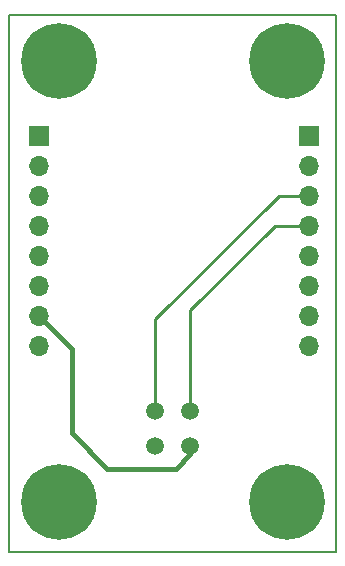
<source format=gbr>
G04 #@! TF.FileFunction,Copper,L1,Top,Signal*
%FSLAX46Y46*%
G04 Gerber Fmt 4.6, Leading zero omitted, Abs format (unit mm)*
G04 Created by KiCad (PCBNEW 4.0.7) date 05/14/18 22:23:58*
%MOMM*%
%LPD*%
G01*
G04 APERTURE LIST*
%ADD10C,0.100000*%
%ADD11C,0.150000*%
%ADD12C,6.400000*%
%ADD13R,1.700000X1.700000*%
%ADD14O,1.700000X1.700000*%
%ADD15C,1.500000*%
%ADD16C,0.250000*%
%ADD17C,0.400000*%
G04 APERTURE END LIST*
D10*
D11*
X135509000Y-124206000D02*
X135509000Y-124079000D01*
X136144000Y-124206000D02*
X135509000Y-124206000D01*
X135509000Y-78740000D02*
X135509000Y-124206000D01*
X163195000Y-78740000D02*
X135509000Y-78740000D01*
X163195000Y-124206000D02*
X163195000Y-78740000D01*
X136144000Y-124206000D02*
X163195000Y-124206000D01*
D12*
X159004000Y-82677000D03*
X139700000Y-82677000D03*
X139700000Y-120015000D03*
X159004000Y-120015000D03*
D13*
X160860000Y-89000000D03*
D14*
X160860000Y-91540000D03*
X160860000Y-94080000D03*
X160860000Y-96620000D03*
X160860000Y-99160000D03*
X160860000Y-101700000D03*
X160860000Y-104240000D03*
X160860000Y-106780000D03*
D15*
X150852000Y-115286000D03*
X147852000Y-115286000D03*
X150852000Y-112286000D03*
X147852000Y-112286000D03*
D13*
X138000000Y-89000000D03*
D14*
X138000000Y-91540000D03*
X138000000Y-94080000D03*
X138000000Y-96620000D03*
X138000000Y-99160000D03*
X138000000Y-101700000D03*
X138000000Y-104240000D03*
X138000000Y-106780000D03*
D16*
X158320000Y-94080000D02*
X147852000Y-104548000D01*
X147852000Y-104548000D02*
X147852000Y-112286000D01*
X160860000Y-94080000D02*
X158320000Y-94080000D01*
X160860000Y-96620000D02*
X157980000Y-96620000D01*
X157980000Y-96620000D02*
X150852000Y-103748000D01*
X150852000Y-103748000D02*
X150852000Y-106852000D01*
X150852000Y-106852000D02*
X150852000Y-112286000D01*
D17*
X140800000Y-114200000D02*
X140800000Y-107040000D01*
X140800000Y-107040000D02*
X138000000Y-104240000D01*
X143800000Y-117200000D02*
X140800000Y-114200000D01*
X149600000Y-117200000D02*
X143800000Y-117200000D01*
X150852000Y-115948000D02*
X149600000Y-117200000D01*
X150852000Y-115286000D02*
X150852000Y-115948000D01*
D16*
X150852000Y-115286000D02*
X150852000Y-115348000D01*
D17*
X147852000Y-115286000D02*
X147852000Y-115652000D01*
D16*
X147852000Y-115032000D02*
X148052000Y-115032000D01*
M02*

</source>
